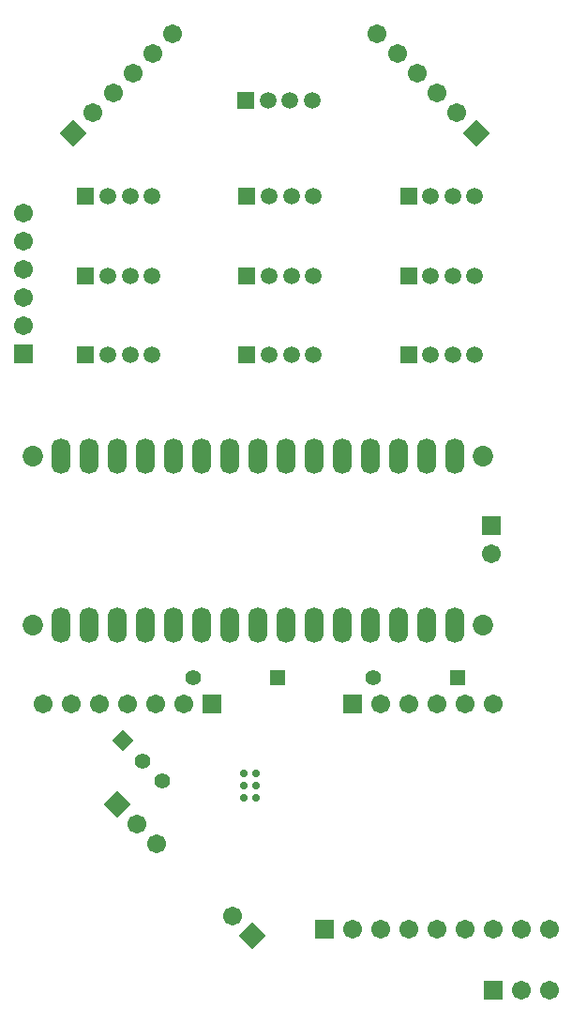
<source format=gts>
%FSTAX23Y23*%
%MOIN*%
%SFA1B1*%

%IPPOS*%
%AMD15*
4,1,4,0.000000,0.047400,-0.047400,0.000000,0.000000,-0.047400,0.047400,0.000000,0.000000,0.047400,0.0*
%
%AMD18*
4,1,4,0.000000,0.039000,-0.039000,0.000000,0.000000,-0.039000,0.039000,0.000000,0.000000,0.039000,0.0*
%
%AMD20*
4,1,4,-0.047400,0.000000,0.000000,-0.047400,0.047400,0.000000,0.000000,0.047400,-0.047400,0.000000,0.0*
%
%ADD13R,0.067060X0.067060*%
%ADD14C,0.067060*%
G04~CAMADD=15~10~0.0~670.5~0.0~0.0~0.0~0.0~0~0.0~0.0~0.0~0.0~0~0.0~0.0~0.0~0.0~0~0.0~0.0~0.0~405.0~670.5~0.0*
%ADD15D15*%
%ADD16R,0.055240X0.055240*%
%ADD17C,0.055240*%
G04~CAMADD=18~10~0.0~552.5~0.0~0.0~0.0~0.0~0~0.0~0.0~0.0~0.0~0~0.0~0.0~0.0~0.0~0~0.0~0.0~0.0~405.0~552.5~0.0*
%ADD18D18*%
%ADD19R,0.067060X0.067060*%
G04~CAMADD=20~10~0.0~670.5~0.0~0.0~0.0~0.0~0~0.0~0.0~0.0~0.0~0~0.0~0.0~0.0~0.0~0~0.0~0.0~0.0~135.0~670.5~0.0*
%ADD20D20*%
%ADD21R,0.059500X0.059500*%
%ADD22C,0.059500*%
%ADD23O,0.068000X0.126110*%
%ADD24C,0.072960*%
%ADD25C,0.027690*%
%LNsolears_v3-1*%
%LPD*%
G54D13*
X0177Y01815D03*
X00104Y02426D03*
G54D14*
X0177Y01715D03*
X00509Y00755D03*
X0058Y00685D03*
X01374Y00381D03*
X01474D03*
X01574D03*
X01674D03*
X01774D03*
X01874D03*
X01974D03*
X01274D03*
X0085Y0043D03*
X01646Y03281D03*
X01576Y03351D03*
X01505Y03422D03*
X01434Y03493D03*
X01363Y03564D03*
X00353Y03281D03*
X00424Y03351D03*
X00495Y03422D03*
X00565Y03493D03*
X00636Y03564D03*
X00104Y02526D03*
Y02626D03*
Y02726D03*
Y02826D03*
Y02926D03*
X00174Y01181D03*
X00274D03*
X00374D03*
X00474D03*
X00674D03*
X00574D03*
X01374D03*
X01474D03*
X01574D03*
X01674D03*
X01774D03*
X01874Y00166D03*
X01974D03*
G54D15*
X00438Y00826D03*
X0092Y00359D03*
X01717Y0321D03*
G54D16*
X0165Y01275D03*
X0101D03*
G54D17*
X0135Y01275D03*
X0071D03*
X00529Y0098D03*
X006Y0091D03*
G54D18*
X00458Y01051D03*
G54D19*
X01174Y00381D03*
X00774Y01181D03*
X01274D03*
X01774Y00166D03*
G54D20*
X00283Y0321D03*
G54D21*
X00326Y02986D03*
Y02704D03*
Y02421D03*
X01474D03*
Y02704D03*
Y02986D03*
X00895Y03326D03*
X009Y02986D03*
Y02704D03*
Y02421D03*
G54D22*
X00405Y02986D03*
X00484D03*
X00562D03*
X00405Y02704D03*
X00484D03*
X00562D03*
X00405Y02421D03*
X00484D03*
X00562D03*
X01553D03*
X01632D03*
X0171D03*
X01553Y02704D03*
X01632D03*
X0171D03*
X01553Y02986D03*
X01632D03*
X0171D03*
X00974Y03326D03*
X01053D03*
X01132D03*
X00979Y02986D03*
X01058D03*
X01136D03*
X00979Y02704D03*
X01058D03*
X01136D03*
X00979Y02421D03*
X01058D03*
X01136D03*
G54D23*
X00239Y01461D03*
X00339D03*
X00439D03*
X00539D03*
X00639D03*
X00739D03*
X00839D03*
X00939D03*
X01039D03*
X01139D03*
X01239D03*
X01339D03*
X01439D03*
X01539D03*
X01639D03*
Y02061D03*
X01539D03*
X01439D03*
X01339D03*
X01239D03*
X01139D03*
X01039D03*
X00939D03*
X00839D03*
X00739D03*
X00639D03*
X00539D03*
X00439D03*
X00339D03*
X00239D03*
G54D24*
X00139Y01461D03*
Y02061D03*
X01739D03*
Y01461D03*
G54D25*
X00932Y00936D03*
X00889D03*
X00932Y00892D03*
X00889D03*
X00932Y00849D03*
X00889D03*
M02*
</source>
